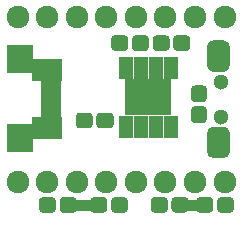
<source format=gbr>
G04 #@! TF.GenerationSoftware,KiCad,Pcbnew,5.1.6-c6e7f7d~87~ubuntu19.10.1*
G04 #@! TF.CreationDate,2020-11-06T01:06:48+01:00*
G04 #@! TF.ProjectId,board_attiny48_88,626f6172-645f-4617-9474-696e7934385f,rev?*
G04 #@! TF.SameCoordinates,Original*
G04 #@! TF.FileFunction,Soldermask,Bot*
G04 #@! TF.FilePolarity,Negative*
%FSLAX46Y46*%
G04 Gerber Fmt 4.6, Leading zero omitted, Abs format (unit mm)*
G04 Created by KiCad (PCBNEW 5.1.6-c6e7f7d~87~ubuntu19.10.1) date 2020-11-06 01:06:48*
%MOMM*%
%LPD*%
G01*
G04 APERTURE LIST*
%ADD10C,0.100000*%
%ADD11R,3.902000X3.013000*%
%ADD12R,1.202000X1.905000*%
%ADD13C,1.924000*%
%ADD14C,1.300000*%
%ADD15R,2.300000X2.400000*%
%ADD16R,2.500000X1.875000*%
%ADD17R,1.780000X0.850000*%
G04 APERTURE END LIST*
D10*
G36*
X75479600Y-55453400D02*
G01*
X71829600Y-55453400D01*
X71829600Y-54553400D01*
X75479600Y-54553400D01*
X75479600Y-55453400D01*
G37*
X75479600Y-55453400D02*
X71829600Y-55453400D01*
X71829600Y-54553400D01*
X75479600Y-54553400D01*
X75479600Y-55453400D01*
G36*
X84429600Y-55453400D02*
G01*
X81329600Y-55453400D01*
X81329600Y-54553400D01*
X84429600Y-54553400D01*
X84429600Y-55453400D01*
G37*
X84429600Y-55453400D02*
X81329600Y-55453400D01*
X81329600Y-54553400D01*
X84429600Y-54553400D01*
X84429600Y-55453400D01*
G36*
G01*
X84129600Y-43253400D02*
X84129600Y-41553400D01*
G75*
G02*
X84604600Y-41078400I475000J0D01*
G01*
X85554600Y-41078400D01*
G75*
G02*
X86029600Y-41553400I0J-475000D01*
G01*
X86029600Y-43253400D01*
G75*
G02*
X85554600Y-43728400I-475000J0D01*
G01*
X84604600Y-43728400D01*
G75*
G02*
X84129600Y-43253400I0J475000D01*
G01*
G37*
G36*
G01*
X84129600Y-50553400D02*
X84129600Y-48853400D01*
G75*
G02*
X84604600Y-48378400I475000J0D01*
G01*
X85554600Y-48378400D01*
G75*
G02*
X86029600Y-48853400I0J-475000D01*
G01*
X86029600Y-50553400D01*
G75*
G02*
X85554600Y-51028400I-475000J0D01*
G01*
X84604600Y-51028400D01*
G75*
G02*
X84129600Y-50553400I0J475000D01*
G01*
G37*
G36*
G01*
X80954599Y-40965900D02*
X80954599Y-41640900D01*
G75*
G02*
X80617099Y-41978400I-337500J0D01*
G01*
X79842099Y-41978400D01*
G75*
G02*
X79504599Y-41640900I0J337500D01*
G01*
X79504599Y-40965900D01*
G75*
G02*
X79842099Y-40628400I337500J0D01*
G01*
X80617099Y-40628400D01*
G75*
G02*
X80954599Y-40965900I0J-337500D01*
G01*
G37*
G36*
G01*
X82704599Y-40965900D02*
X82704599Y-41640900D01*
G75*
G02*
X82367099Y-41978400I-337500J0D01*
G01*
X81592099Y-41978400D01*
G75*
G02*
X81254599Y-41640900I0J337500D01*
G01*
X81254599Y-40965900D01*
G75*
G02*
X81592099Y-40628400I337500J0D01*
G01*
X82367099Y-40628400D01*
G75*
G02*
X82704599Y-40965900I0J-337500D01*
G01*
G37*
D11*
X79129600Y-45872400D03*
D12*
X77224600Y-48369900D03*
X78494600Y-48369900D03*
X79764600Y-48369900D03*
X81034600Y-48369900D03*
X81034600Y-43374900D03*
X79764600Y-43374900D03*
X78494600Y-43374900D03*
X77224600Y-43374900D03*
D13*
X68097700Y-39050200D03*
X70597700Y-39050200D03*
X73097700Y-39050200D03*
X75597700Y-39050200D03*
X78097700Y-39050200D03*
X80597700Y-39050200D03*
X83097700Y-39050200D03*
X85597700Y-39050200D03*
X85597700Y-53050200D03*
X83097700Y-53050200D03*
X80597700Y-53050200D03*
X78097700Y-53050200D03*
X75597700Y-53050200D03*
X73097700Y-53050200D03*
X70597700Y-53050200D03*
X68097700Y-53050200D03*
D14*
X85309600Y-44553400D03*
X85309600Y-47553400D03*
G36*
G01*
X83767100Y-46328400D02*
X83092100Y-46328400D01*
G75*
G02*
X82754600Y-45990900I0J337500D01*
G01*
X82754600Y-45215900D01*
G75*
G02*
X83092100Y-44878400I337500J0D01*
G01*
X83767100Y-44878400D01*
G75*
G02*
X84104600Y-45215900I0J-337500D01*
G01*
X84104600Y-45990900D01*
G75*
G02*
X83767100Y-46328400I-337500J0D01*
G01*
G37*
G36*
G01*
X83767100Y-48078400D02*
X83092100Y-48078400D01*
G75*
G02*
X82754600Y-47740900I0J337500D01*
G01*
X82754600Y-46965900D01*
G75*
G02*
X83092100Y-46628400I337500J0D01*
G01*
X83767100Y-46628400D01*
G75*
G02*
X84104600Y-46965900I0J-337500D01*
G01*
X84104600Y-47740900D01*
G75*
G02*
X83767100Y-48078400I-337500J0D01*
G01*
G37*
G36*
G01*
X82554600Y-54659900D02*
X82554600Y-55334900D01*
G75*
G02*
X82217100Y-55672400I-337500J0D01*
G01*
X81442100Y-55672400D01*
G75*
G02*
X81104600Y-55334900I0J337500D01*
G01*
X81104600Y-54659900D01*
G75*
G02*
X81442100Y-54322400I337500J0D01*
G01*
X82217100Y-54322400D01*
G75*
G02*
X82554600Y-54659900I0J-337500D01*
G01*
G37*
G36*
G01*
X80804600Y-54659900D02*
X80804600Y-55334900D01*
G75*
G02*
X80467100Y-55672400I-337500J0D01*
G01*
X79692100Y-55672400D01*
G75*
G02*
X79354600Y-55334900I0J337500D01*
G01*
X79354600Y-54659900D01*
G75*
G02*
X79692100Y-54322400I337500J0D01*
G01*
X80467100Y-54322400D01*
G75*
G02*
X80804600Y-54659900I0J-337500D01*
G01*
G37*
G36*
G01*
X71329600Y-54665900D02*
X71329600Y-55340900D01*
G75*
G02*
X70992100Y-55678400I-337500J0D01*
G01*
X70217100Y-55678400D01*
G75*
G02*
X69879600Y-55340900I0J337500D01*
G01*
X69879600Y-54665900D01*
G75*
G02*
X70217100Y-54328400I337500J0D01*
G01*
X70992100Y-54328400D01*
G75*
G02*
X71329600Y-54665900I0J-337500D01*
G01*
G37*
G36*
G01*
X73079600Y-54665900D02*
X73079600Y-55340900D01*
G75*
G02*
X72742100Y-55678400I-337500J0D01*
G01*
X71967100Y-55678400D01*
G75*
G02*
X71629600Y-55340900I0J337500D01*
G01*
X71629600Y-54665900D01*
G75*
G02*
X71967100Y-54328400I337500J0D01*
G01*
X72742100Y-54328400D01*
G75*
G02*
X73079600Y-54665900I0J-337500D01*
G01*
G37*
D15*
X68243600Y-42638400D03*
X68243600Y-49358400D03*
D16*
X70543600Y-43585900D03*
X70543600Y-48510900D03*
D17*
X70903600Y-44748400D03*
X70903600Y-45398400D03*
X70903600Y-46048400D03*
X70903600Y-46698400D03*
X70903600Y-47348400D03*
G36*
G01*
X84654600Y-54659900D02*
X84654600Y-55334900D01*
G75*
G02*
X84317100Y-55672400I-337500J0D01*
G01*
X83542100Y-55672400D01*
G75*
G02*
X83204600Y-55334900I0J337500D01*
G01*
X83204600Y-54659900D01*
G75*
G02*
X83542100Y-54322400I337500J0D01*
G01*
X84317100Y-54322400D01*
G75*
G02*
X84654600Y-54659900I0J-337500D01*
G01*
G37*
G36*
G01*
X86404600Y-54659900D02*
X86404600Y-55334900D01*
G75*
G02*
X86067100Y-55672400I-337500J0D01*
G01*
X85292100Y-55672400D01*
G75*
G02*
X84954600Y-55334900I0J337500D01*
G01*
X84954600Y-54659900D01*
G75*
G02*
X85292100Y-54322400I337500J0D01*
G01*
X86067100Y-54322400D01*
G75*
G02*
X86404600Y-54659900I0J-337500D01*
G01*
G37*
G36*
G01*
X77429600Y-54665900D02*
X77429600Y-55340900D01*
G75*
G02*
X77092100Y-55678400I-337500J0D01*
G01*
X76317100Y-55678400D01*
G75*
G02*
X75979600Y-55340900I0J337500D01*
G01*
X75979600Y-54665900D01*
G75*
G02*
X76317100Y-54328400I337500J0D01*
G01*
X77092100Y-54328400D01*
G75*
G02*
X77429600Y-54665900I0J-337500D01*
G01*
G37*
G36*
G01*
X75679600Y-54665900D02*
X75679600Y-55340900D01*
G75*
G02*
X75342100Y-55678400I-337500J0D01*
G01*
X74567100Y-55678400D01*
G75*
G02*
X74229600Y-55340900I0J337500D01*
G01*
X74229600Y-54665900D01*
G75*
G02*
X74567100Y-54328400I337500J0D01*
G01*
X75342100Y-54328400D01*
G75*
G02*
X75679600Y-54665900I0J-337500D01*
G01*
G37*
G36*
G01*
X79204599Y-40965900D02*
X79204599Y-41640900D01*
G75*
G02*
X78867099Y-41978400I-337500J0D01*
G01*
X78092099Y-41978400D01*
G75*
G02*
X77754599Y-41640900I0J337500D01*
G01*
X77754599Y-40965900D01*
G75*
G02*
X78092099Y-40628400I337500J0D01*
G01*
X78867099Y-40628400D01*
G75*
G02*
X79204599Y-40965900I0J-337500D01*
G01*
G37*
G36*
G01*
X77454599Y-40965900D02*
X77454599Y-41640900D01*
G75*
G02*
X77117099Y-41978400I-337500J0D01*
G01*
X76342099Y-41978400D01*
G75*
G02*
X76004599Y-41640900I0J337500D01*
G01*
X76004599Y-40965900D01*
G75*
G02*
X76342099Y-40628400I337500J0D01*
G01*
X77117099Y-40628400D01*
G75*
G02*
X77454599Y-40965900I0J-337500D01*
G01*
G37*
G36*
G01*
X74454600Y-47515900D02*
X74454600Y-48190900D01*
G75*
G02*
X74117100Y-48528400I-337500J0D01*
G01*
X73342100Y-48528400D01*
G75*
G02*
X73004600Y-48190900I0J337500D01*
G01*
X73004600Y-47515900D01*
G75*
G02*
X73342100Y-47178400I337500J0D01*
G01*
X74117100Y-47178400D01*
G75*
G02*
X74454600Y-47515900I0J-337500D01*
G01*
G37*
G36*
G01*
X76204600Y-47515900D02*
X76204600Y-48190900D01*
G75*
G02*
X75867100Y-48528400I-337500J0D01*
G01*
X75092100Y-48528400D01*
G75*
G02*
X74754600Y-48190900I0J337500D01*
G01*
X74754600Y-47515900D01*
G75*
G02*
X75092100Y-47178400I337500J0D01*
G01*
X75867100Y-47178400D01*
G75*
G02*
X76204600Y-47515900I0J-337500D01*
G01*
G37*
M02*

</source>
